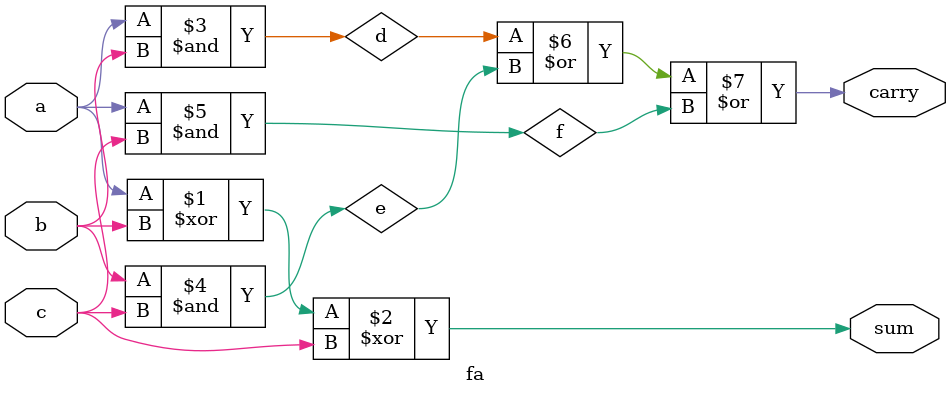
<source format=v>
`timescale 1ns / 1ps

module fa(a, b, c, sum, carry);
input a,b,c;
output sum,carry;
wire d,e,f;
xor(sum,a,b,c);
and(d,a,b);
and(e,b,c);
and(f,a,c);
or(carry,d,e,f);
endmodule

</source>
